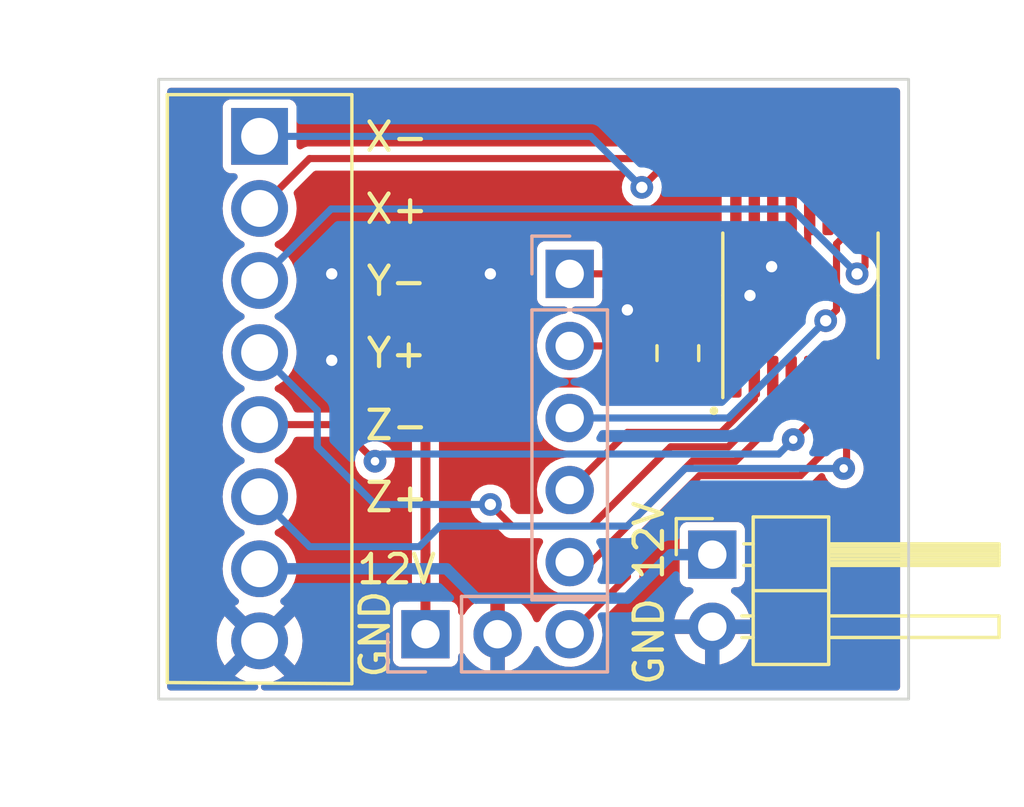
<source format=kicad_pcb>
(kicad_pcb (version 20211014) (generator pcbnew)
  (title_block (title "Endstop Levelshifter 12V") (date "2023-09-03") (rev "0.1") (company "OpenSource Imaging Initiative"))
  (layers (0 "F.Cu" signal) (31 "B.Cu" signal) (34 "B.Paste" user) (35 "F.Paste" user) (36 "B.SilkS" user "B.Silkscreen") (37 "F.SilkS" user "F.Silkscreen") (38 "B.Mask" user) (39 "F.Mask" user) (44 "Edge.Cuts" user))
  (net 0 "")
  (net 1 "+3.3V")
  (net 2 "GND")
  (net 5 "+12V")
  (net 6 "/X-_Rumba")
  (net 7 "/X+_Rumba")
  (net 8 "/Y-_Rumba")
  (net 9 "/Y+_Rumba")
  (net 10 "/Z-_Rumba")
  (net 11 "/Z+_Rumba")
  (net 12 "/Y+_12V")
  (net 13 "/Z-_12V")
  (net 14 "/Z+_12V")
  (net 15 "/Y-_12V")
  (net 16 "/X+_12V")
  (net 17 "/X-_12V")
  (footprint "Capacitor_SMD:C_0805_2012Metric_Pad1.18x1.45mm_HandSolder" (layer "F.Cu") (at 105.664 78.994 90)
    (fp_text reference "C1" hide)
    (fp_text value "10n")
    (fp_line (start -0.261252 -0.735) (end 0.261252 -0.735) (layer "F.SilkS") (width 0.12))
    (fp_line (start -0.261252 0.735) (end 0.261252 0.735) (layer "F.SilkS") (width 0.12))
    (pad "1" smd roundrect (at -1.0375 0 90) (size 1.175 1.45) (layers "F.Cu" "F.Paste" "F.Mask") (roundrect_rratio 0.2127659574) (net 1 "+3.3V"))
    (pad "2" smd roundrect (at 1.0375 0 90) (size 1.175 1.45) (layers "F.Cu" "F.Paste" "F.Mask") (roundrect_rratio 0.2127659574) (net 2 "GND"))
  )
  (footprint "custom_parts:691210910008" (layer "F.Cu") (at 90.932 71.354 -90)
    (fp_text reference "J1" hide)
    (fp_text value "Conn_01x08")
    (fp_line (start -1.47 -3.25) (end -1.47 3.25) (layer "F.SilkS") (width 0.12))
    (fp_line (start -1.47 3.25) (end 19.25 3.25) (layer "F.SilkS") (width 0.12))
    (fp_line (start 19.29 -3.25) (end 19.25 3.25) (layer "F.SilkS") (width 0.12))
    (fp_line (start -1.47 -3.25) (end 19.29 -3.25) (layer "F.SilkS") (width 0.12))
    (pad "1" thru_hole rect (at 0 0 270) (size 2 2) (drill 1.3) (layers *.Cu *.Mask) (net 17 "/X-_12V"))
    (pad "2" thru_hole circle (at 2.54 0 270) (size 2 2) (drill 1.3) (layers *.Cu *.Mask) (net 16 "/X+_12V"))
    (pad "3" thru_hole circle (at 5.08 0 270) (size 2 2) (drill 1.3) (layers *.Cu *.Mask) (net 15 "/Y-_12V"))
    (pad "4" thru_hole circle (at 7.62 0 270) (size 2 2) (drill 1.3) (layers *.Cu *.Mask) (net 12 "/Y+_12V"))
    (pad "5" thru_hole circle (at 10.16 0 270) (size 2 2) (drill 1.3) (layers *.Cu *.Mask) (net 13 "/Z-_12V"))
    (pad "6" thru_hole circle (at 12.7 0 270) (size 2 2) (drill 1.3) (layers *.Cu *.Mask) (net 14 "/Z+_12V"))
    (pad "7" thru_hole circle (at 15.24 0 270) (size 2 2) (drill 1.3) (layers *.Cu *.Mask) (net 5 "+12V"))
    (pad "8" thru_hole circle (at 17.78 0 270) (size 2 2) (drill 1.3) (layers *.Cu *.Mask) (net 2 "GND"))
  )
  (footprint "Package_SO:TSSOP-16_4.4x5mm_P0.65mm" (layer "F.Cu") (at 109.982 76.962 90)
    (fp_text reference "IC1" hide)
    (fp_text value "74HC4050PW,118")
    (fp_line (start 0 2.735) (end -2.2 2.735) (layer "F.SilkS") (width 0.12))
    (fp_line (start 0 -2.735) (end -3.6 -2.735) (layer "F.SilkS") (width 0.12))
    (fp_line (start 0 -2.735) (end 2.2 -2.735) (layer "F.SilkS") (width 0.12))
    (fp_line (start 0 2.735) (end 2.2 2.735) (layer "F.SilkS") (width 0.12))
    (pad "1" smd roundrect (at -2.8625 -2.275 90) (size 1.475 0.4) (layers "F.Cu" "F.Paste" "F.Mask") (net 1 "+3.3V"))
    (pad "2" smd roundrect (at -2.8625 -1.625 90) (size 1.475 0.4) (layers "F.Cu" "F.Paste" "F.Mask") (net 9 "/Y+_Rumba"))
    (pad "3" smd roundrect (at -2.8625 -0.975 90) (size 1.475 0.4) (layers "F.Cu" "F.Paste" "F.Mask") (net 12 "/Y+_12V"))
    (pad "4" smd roundrect (at -2.8625 -0.325 90) (size 1.475 0.4) (layers "F.Cu" "F.Paste" "F.Mask") (net 10 "/Z-_Rumba"))
    (pad "5" smd roundrect (at -2.8625 0.325 90) (size 1.475 0.4) (layers "F.Cu" "F.Paste" "F.Mask") (net 13 "/Z-_12V"))
    (pad "6" smd roundrect (at -2.8625 0.975 90) (size 1.475 0.4) (layers "F.Cu" "F.Paste" "F.Mask") (net 11 "/Z+_Rumba"))
    (pad "7" smd roundrect (at -2.8625 1.625 90) (size 1.475 0.4) (layers "F.Cu" "F.Paste" "F.Mask") (net 14 "/Z+_12V"))
    (pad "8" smd roundrect (at -2.8625 2.275 90) (size 1.475 0.4) (layers "F.Cu" "F.Paste" "F.Mask") (net 2 "GND"))
    (pad "9" smd roundrect (at 2.8625 2.275 90) (size 1.475 0.4) (layers "F.Cu" "F.Paste" "F.Mask") (net 15 "/Y-_12V"))
    (pad "10" smd roundrect (at 2.8625 1.625 90) (size 1.475 0.4) (layers "F.Cu" "F.Paste" "F.Mask") (net 8 "/Y-_Rumba"))
    (pad "11" smd roundrect (at 2.8625 0.975 90) (size 1.475 0.4) (layers "F.Cu" "F.Paste" "F.Mask") (net 16 "/X+_12V"))
    (pad "12" smd roundrect (at 2.8625 0.325 90) (size 1.475 0.4) (layers "F.Cu" "F.Paste" "F.Mask") (net 7 "/X+_Rumba"))
    (pad "13" smd roundrect (at 2.8625 -0.325 90) (size 1.475 0.4) (layers "F.Cu" "F.Paste" "F.Mask"))
    (pad "14" smd roundrect (at 2.8625 -0.975 90) (size 1.475 0.4) (layers "F.Cu" "F.Paste" "F.Mask") (net 17 "/X-_12V"))
    (pad "15" smd roundrect (at 2.8625 -1.625 90) (size 1.475 0.4) (layers "F.Cu" "F.Paste" "F.Mask") (net 6 "/X-_Rumba"))
    (pad "16" smd roundrect (at 2.8625 -2.275 90) (size 1.475 0.4) (layers "F.Cu" "F.Paste" "F.Mask"))
  )
  (footprint "Connector_PinHeader_2.54mm:PinHeader_1x02_P2.54mm_Horizontal" (layer "F.Cu") (at 106.877 86.096)
    (fp_text reference "J4" hide)
    (fp_text value "Conn_01x02")
    (fp_line (start 4.1 0.28) (end 10.1 0.28) (layer "F.SilkS") (width 0.12))
    (fp_line (start 10.1 0.38) (end 4.1 0.38) (layer "F.SilkS") (width 0.12))
    (fp_line (start 4.1 0.16) (end 10.1 0.16) (layer "F.SilkS") (width 0.12))
    (fp_line (start 1.44 3.87) (end 4.1 3.87) (layer "F.SilkS") (width 0.12))
    (fp_line (start 4.1 -0.38) (end 10.1 -0.38) (layer "F.SilkS") (width 0.12))
    (fp_line (start 10.1 2.92) (end 4.1 2.92) (layer "F.SilkS") (width 0.12))
    (fp_line (start 1.11 0.38) (end 1.44 0.38) (layer "F.SilkS") (width 0.12))
    (fp_line (start 1.44 -1.33) (end 1.44 3.87) (layer "F.SilkS") (width 0.12))
    (fp_line (start 1.11 -0.38) (end 1.44 -0.38) (layer "F.SilkS") (width 0.12))
    (fp_line (start 4.1 -0.2) (end 10.1 -0.2) (layer "F.SilkS") (width 0.12))
    (fp_line (start -1.27 -1.27) (end 0 -1.27) (layer "F.SilkS") (width 0.12))
    (fp_line (start 4.1 -0.32) (end 10.1 -0.32) (layer "F.SilkS") (width 0.12))
    (fp_line (start 10.1 2.16) (end 10.1 2.92) (layer "F.SilkS") (width 0.12))
    (fp_line (start 10.1 -0.38) (end 10.1 0.38) (layer "F.SilkS") (width 0.12))
    (fp_line (start 1.042929 2.92) (end 1.44 2.92) (layer "F.SilkS") (width 0.12))
    (fp_line (start 4.1 0.04) (end 10.1 0.04) (layer "F.SilkS") (width 0.12))
    (fp_line (start 4.1 -0.08) (end 10.1 -0.08) (layer "F.SilkS") (width 0.12))
    (fp_line (start -1.27 0) (end -1.27 -1.27) (layer "F.SilkS") (width 0.12))
    (fp_line (start 4.1 -1.33) (end 1.44 -1.33) (layer "F.SilkS") (width 0.12))
    (fp_line (start 1.042929 2.16) (end 1.44 2.16) (layer "F.SilkS") (width 0.12))
    (fp_line (start 1.44 1.27) (end 4.1 1.27) (layer "F.SilkS") (width 0.12))
    (fp_line (start 4.1 2.16) (end 10.1 2.16) (layer "F.SilkS") (width 0.12))
    (fp_line (start 4.1 3.87) (end 4.1 -1.33) (layer "F.SilkS") (width 0.12))
    (pad "1" thru_hole rect (at 0 0) (size 1.7 1.7) (drill 1) (layers *.Cu *.Mask) (net 5 "+12V"))
    (pad "2" thru_hole oval (at 0 2.54) (size 1.7 1.7) (drill 1) (layers *.Cu *.Mask) (net 2 "GND"))
  )
  (footprint "Connector_PinSocket_2.54mm:PinSocket_1x03_P2.54mm_Vertical" (layer "B.Cu") (at 96.774 88.9 -90)
    (fp_text reference "J3" hide)
    (fp_text value "Conn_01x03")
    (fp_line (start -1.33 -1.27) (end 1.33 -1.27) (layer "B.SilkS") (width 0.12))
    (fp_line (start 1.33 -1.27) (end 1.33 -6.41) (layer "B.SilkS") (width 0.12))
    (fp_line (start -1.33 -1.27) (end -1.33 -6.41) (layer "B.SilkS") (width 0.12))
    (fp_line (start 0 1.33) (end 1.33 1.33) (layer "B.SilkS") (width 0.12))
    (fp_line (start 1.33 1.33) (end 1.33 0) (layer "B.SilkS") (width 0.12))
    (fp_line (start -1.33 -6.41) (end 1.33 -6.41) (layer "B.SilkS") (width 0.12))
    (pad "1" thru_hole rect (at 0 0 270) (size 1.7 1.7) (drill 1) (layers *.Cu *.Mask) (net 1 "+3.3V"))
    (pad "2" thru_hole oval (at 0 -2.54 270) (size 1.7 1.7) (drill 1) (layers *.Cu *.Mask) (net 2 "GND"))
    (pad "3" thru_hole oval (at 0 -5.08 270) (size 1.7 1.7) (drill 1) (layers *.Cu *.Mask) (net 11 "/Z+_Rumba"))
  )
  (footprint "Connector_PinSocket_2.54mm:PinSocket_1x05_P2.54mm_Vertical" (layer "B.Cu") (at 101.854 76.2 180)
    (fp_text reference "J2" hide)
    (fp_text value "Conn_01x05")
    (fp_line (start 0 1.33) (end 1.33 1.33) (layer "B.SilkS") (width 0.12))
    (fp_line (start 1.33 1.33) (end 1.33 0) (layer "B.SilkS") (width 0.12))
    (fp_line (start -1.33 -1.27) (end -1.33 -11.49) (layer "B.SilkS") (width 0.12))
    (fp_line (start -1.33 -11.49) (end 1.33 -11.49) (layer "B.SilkS") (width 0.12))
    (fp_line (start -1.33 -1.27) (end 1.33 -1.27) (layer "B.SilkS") (width 0.12))
    (fp_line (start 1.33 -1.27) (end 1.33 -11.49) (layer "B.SilkS") (width 0.12))
    (pad "1" thru_hole rect (at 0 0 180) (size 1.7 1.7) (drill 1) (layers *.Cu *.Mask) (net 6 "/X-_Rumba"))
    (pad "2" thru_hole oval (at 0 -2.54 180) (size 1.7 1.7) (drill 1) (layers *.Cu *.Mask) (net 7 "/X+_Rumba"))
    (pad "3" thru_hole oval (at 0 -5.08 180) (size 1.7 1.7) (drill 1) (layers *.Cu *.Mask) (net 8 "/Y-_Rumba"))
    (pad "4" thru_hole oval (at 0 -7.62 180) (size 1.7 1.7) (drill 1) (layers *.Cu *.Mask) (net 9 "/Y+_Rumba"))
    (pad "5" thru_hole oval (at 0 -10.16 180) (size 1.7 1.7) (drill 1) (layers *.Cu *.Mask) (net 10 "/Z-_Rumba"))
  )
  (gr_circle (center 106.934 81.026) (end 106.934 81.026) (layer "F.SilkS") (width 0.15) (fill none))
  (gr_rect (start 87.376 69.342) (end 113.792 91.186) (layer "Edge.Cuts") (width 0.1) (fill none))
  (gr_text "12V" (at 95.758 86.614) (layer "F.SilkS") (effects (font (size 1 1))))
  (gr_text "Z-" (at 95.758 81.534) (layer "F.SilkS") (effects (font (size 1 1))))
  (gr_text "GND" (at 94.996 88.9 90) (layer "F.SilkS") (effects (font (size 1 1))))
  (gr_text "Z+" (at 95.758 84.074) (layer "F.SilkS") (effects (font (size 1 1))))
  (gr_text "X-" (at 95.758 71.374) (layer "F.SilkS") (effects (font (size 1 1))))
  (gr_text "12V" (at 104.648 85.598 90) (layer "F.SilkS") (effects (font (size 1 1))))
  (gr_text "GND" (at 104.648 89.154 90) (layer "F.SilkS") (effects (font (size 1 1))))
  (gr_text "X+" (at 95.758 73.914) (layer "F.SilkS") (effects (font (size 1 1))))
  (gr_text "Y+" (at 95.758 78.994) (layer "F.SilkS") (effects (font (size 1 1))))
  (gr_text "Y-" (at 95.758 76.454) (layer "F.SilkS") (effects (font (size 1 1))))
  (segment (start 105.664 80.0315) (end 96.774 80.0315) (width 0.35) (layer "F.Cu") (net 1))
  (segment (start 96.774 80.0315) (end 96.774 88.9) (width 0.35) (layer "F.Cu") (net 1))
  (segment (start 105.664 80.0315) (end 107.5 80.0315) (width 0.25) (layer "F.Cu") (net 1))
  (segment (start 107.5 80.0315) (end 107.707 79.8245) (width 0.25) (layer "F.Cu") (net 1))
  (via (at 99.06 76.2) (size 0.8) (drill 0.4) (layers "F.Cu" "B.Cu") (net 2))
  (via (at 93.472 79.248) (size 0.8) (drill 0.4) (layers "F.Cu" "B.Cu") (net 2))
  (via (at 93.472 76.2) (size 0.8) (drill 0.4) (layers "F.Cu" "B.Cu") (net 2))
  (via (at 108.204 76.962) (size 0.8) (drill 0.4) (layers "F.Cu" "B.Cu") (net 2))
  (via (at 108.966 75.946) (size 0.8) (drill 0.4) (layers "F.Cu" "B.Cu") (net 2))
  (via (at 103.886 77.47) (size 0.8) (drill 0.4) (layers "F.Cu" "B.Cu") (net 2))
  (segment (start 103.886 87.63) (end 105.42 86.096) (width 0.4) (layer "B.Cu") (net 5))
  (segment (start 97.516 86.594) (end 98.552 87.63) (width 0.4) (layer "B.Cu") (net 5))
  (segment (start 98.552 87.63) (end 103.886 87.63) (width 0.4) (layer "B.Cu") (net 5))
  (segment (start 105.42 86.096) (end 106.877 86.096) (width 0.4) (layer "B.Cu") (net 5))
  (segment (start 90.932 86.594) (end 97.516 86.594) (width 0.4) (layer "B.Cu") (net 5))
  (segment (start 108.357 74.788041) (end 108.357 74.0995) (width 0.25) (layer "F.Cu") (net 6))
  (segment (start 106.945041 76.2) (end 108.357 74.788041) (width 0.25) (layer "F.Cu") (net 6))
  (segment (start 101.854 76.2) (end 106.945041 76.2) (width 0.25) (layer "F.Cu") (net 6))
  (segment (start 106.934 78.994) (end 104.648 78.994) (width 0.25) (layer "F.Cu") (net 7))
  (segment (start 110.236 77.216) (end 108.966 78.486) (width 0.25) (layer "F.Cu") (net 7))
  (segment (start 107.442 78.486) (end 106.934 78.994) (width 0.25) (layer "F.Cu") (net 7))
  (segment (start 104.648 78.994) (end 104.394 78.74) (width 0.25) (layer "F.Cu") (net 7))
  (segment (start 108.966 78.486) (end 107.442 78.486) (width 0.25) (layer "F.Cu") (net 7))
  (segment (start 110.236 74.1705) (end 110.236 77.216) (width 0.25) (layer "F.Cu") (net 7))
  (segment (start 110.307 74.0995) (end 110.236 74.1705) (width 0.25) (layer "F.Cu") (net 7))
  (segment (start 104.394 78.74) (end 101.854 78.74) (width 0.25) (layer "F.Cu") (net 7))
  (segment (start 111.252 75.143041) (end 111.607 74.788041) (width 0.25) (layer "F.Cu") (net 8))
  (segment (start 111.252 77.47) (end 111.252 75.143041) (width 0.25) (layer "F.Cu") (net 8))
  (segment (start 111.607 74.788041) (end 111.607 74.0995) (width 0.25) (layer "F.Cu") (net 8))
  (segment (start 110.871 77.851) (end 111.252 77.47) (width 0.25) (layer "F.Cu") (net 8))
  (via (at 110.871 77.851) (size 0.8) (drill 0.4) (layers "F.Cu" "B.Cu") (net 8))
  (segment (start 110.871 77.851) (end 107.442 81.28) (width 0.25) (layer "B.Cu") (net 8))
  (segment (start 107.442 81.28) (end 101.854 81.28) (width 0.25) (layer "B.Cu") (net 8))
  (segment (start 107.188 81.788) (end 108.357 80.619) (width 0.25) (layer "F.Cu") (net 9))
  (segment (start 103.886 81.788) (end 107.188 81.788) (width 0.25) (layer "F.Cu") (net 9))
  (segment (start 108.357 80.619) (end 108.357 79.8245) (width 0.25) (layer "F.Cu") (net 9))
  (segment (start 101.854 83.82) (end 103.886 81.788) (width 0.25) (layer "F.Cu") (net 9))
  (segment (start 107.696 82.804) (end 109.657 80.843) (width 0.25) (layer "F.Cu") (net 10))
  (segment (start 109.657 80.843) (end 109.657 79.8245) (width 0.25) (layer "F.Cu") (net 10))
  (segment (start 102.616 86.36) (end 106.172 82.804) (width 0.25) (layer "F.Cu") (net 10))
  (segment (start 101.854 86.36) (end 102.616 86.36) (width 0.25) (layer "F.Cu") (net 10))
  (segment (start 106.172 82.804) (end 107.696 82.804) (width 0.25) (layer "F.Cu") (net 10))
  (segment (start 109.982 83.312) (end 110.957 82.337) (width 0.25) (layer "F.Cu") (net 11))
  (segment (start 103.886 85.852) (end 106.426 83.312) (width 0.25) (layer "F.Cu") (net 11))
  (segment (start 101.854 88.9) (end 103.886 86.868) (width 0.25) (layer "F.Cu") (net 11))
  (segment (start 106.426 83.312) (end 109.982 83.312) (width 0.25) (layer "F.Cu") (net 11))
  (segment (start 103.886 86.868) (end 103.886 85.852) (width 0.25) (layer "F.Cu") (net 11))
  (segment (start 110.957 82.337) (end 110.957 79.8245) (width 0.25) (layer "F.Cu") (net 11))
  (segment (start 105.41 82.296) (end 107.442 82.296) (width 0.25) (layer "F.Cu") (net 12))
  (segment (start 109.007 80.731) (end 109.007 79.8245) (width 0.25) (layer "F.Cu") (net 12))
  (segment (start 102.616 85.09) (end 105.41 82.296) (width 0.25) (layer "F.Cu") (net 12))
  (segment (start 107.442 82.296) (end 109.007 80.731) (width 0.25) (layer "F.Cu") (net 12))
  (segment (start 99.822 85.09) (end 102.616 85.09) (width 0.25) (layer "F.Cu") (net 12))
  (segment (start 99.06 84.328) (end 99.822 85.09) (width 0.25) (layer "F.Cu") (net 12))
  (via (at 99.06 84.328) (size 0.8) (drill 0.4) (layers "F.Cu" "B.Cu") (net 12))
  (segment (start 92.964 82.296) (end 92.964 81.006) (width 0.25) (layer "B.Cu") (net 12))
  (segment (start 92.964 81.006) (end 90.932 78.974) (width 0.25) (layer "B.Cu") (net 12))
  (segment (start 99.06 84.328) (end 94.996 84.328) (width 0.25) (layer "B.Cu") (net 12))
  (segment (start 94.996 84.328) (end 92.964 82.296) (width 0.25) (layer "B.Cu") (net 12))
  (segment (start 94.996 82.804) (end 93.706 81.514) (width 0.25) (layer "F.Cu") (net 13))
  (segment (start 110.307 79.8245) (end 110.307 81.463) (width 0.25) (layer "F.Cu") (net 13))
  (segment (start 93.706 81.514) (end 90.932 81.514) (width 0.25) (layer "F.Cu") (net 13))
  (segment (start 110.307 81.463) (end 109.728 82.042) (width 0.25) (layer "F.Cu") (net 13))
  (via (at 109.728 82.042) (size 0.8) (drill 0.3) (layers "F.Cu" "B.Cu") (net 13))
  (via (at 94.996 82.804) (size 0.8) (drill 0.3) (layers "F.Cu" "B.Cu") (net 13))
  (segment (start 95.25 82.55) (end 109.22 82.55) (width 0.25) (layer "B.Cu") (net 13))
  (segment (start 109.22 82.55) (end 109.728 82.042) (width 0.25) (layer "B.Cu") (net 13))
  (segment (start 94.996 82.804) (end 95.25 82.55) (width 0.25) (layer "B.Cu") (net 13))
  (segment (start 111.506 83.058) (end 111.607 82.957) (width 0.25) (layer "F.Cu") (net 14))
  (segment (start 111.607 82.957) (end 111.607 79.8245) (width 0.25) (layer "F.Cu") (net 14))
  (via (at 111.506 83.058) (size 0.8) (drill 0.3) (layers "F.Cu" "B.Cu") (net 14))
  (segment (start 92.693 85.815) (end 90.932 84.054) (width 0.25) (layer "B.Cu") (net 14))
  (segment (start 103.886 85.09) (end 97.282 85.09) (width 0.25) (layer "B.Cu") (net 14))
  (segment (start 111.506 83.058) (end 105.918 83.058) (width 0.25) (layer "B.Cu") (net 14))
  (segment (start 105.918 83.058) (end 103.886 85.09) (width 0.25) (layer "B.Cu") (net 14))
  (segment (start 96.557 85.815) (end 92.693 85.815) (width 0.25) (layer "B.Cu") (net 14))
  (segment (start 97.282 85.09) (end 96.557 85.815) (width 0.25) (layer "B.Cu") (net 14))
  (segment (start 112.257 75.9195) (end 112.257 74.0995) (width 0.25) (layer "F.Cu") (net 15))
  (segment (start 111.9765 76.2) (end 112.257 75.9195) (width 0.25) (layer "F.Cu") (net 15))
  (via (at 111.9765 76.2) (size 0.8) (drill 0.4) (layers "F.Cu" "B.Cu") (net 15))
  (segment (start 93.452 73.914) (end 90.932 76.434) (width 0.25) (layer "B.Cu") (net 15))
  (segment (start 109.6905 73.914) (end 93.452 73.914) (width 0.25) (layer "B.Cu") (net 15))
  (segment (start 111.9765 76.2) (end 109.6905 73.914) (width 0.25) (layer "B.Cu") (net 15))
  (segment (start 110.957 72.857) (end 110.957 74.0995) (width 0.25) (layer "F.Cu") (net 16))
  (segment (start 92.69 72.136) (end 110.236 72.136) (width 0.25) (layer "F.Cu") (net 16))
  (segment (start 90.932 73.894) (end 92.69 72.136) (width 0.25) (layer "F.Cu") (net 16))
  (segment (start 110.236 72.136) (end 110.957 72.857) (width 0.25) (layer "F.Cu") (net 16))
  (segment (start 108.712 72.644) (end 109.007 72.939) (width 0.25) (layer "F.Cu") (net 17))
  (segment (start 104.394 73.152) (end 104.902 72.644) (width 0.25) (layer "F.Cu") (net 17))
  (segment (start 109.007 72.939) (end 109.007 74.0995) (width 0.25) (layer "F.Cu") (net 17))
  (segment (start 104.902 72.644) (end 108.712 72.644) (width 0.25) (layer "F.Cu") (net 17))
  (via (at 104.394 73.152) (size 0.8) (drill 0.4) (layers "F.Cu" "B.Cu") (net 17))
  (segment (start 102.596 71.354) (end 90.932 71.354) (width 0.25) (layer "B.Cu") (net 17))
  (segment (start 104.394 73.152) (end 102.596 71.354) (width 0.25) (layer "B.Cu") (net 17))
  (zone (net 2) (net_name "GND") (layer "F.Cu") (connect_pads (clearance 0.3)) (min_thickness 0.254) (fill yes (thermal_gap 0.508) (thermal_bridge_width 0.508))
    (polygon (pts (xy 114.808 93.472) (xy 85.852 92.964) (xy 85.344 67.564) (xy 117.856 67.564)))
  )
  (zone (net 2) (net_name "GND") (layer "B.Cu") (connect_pads (clearance 0.3)) (min_thickness 0.254) (fill yes (thermal_gap 0.508) (thermal_bridge_width 0.508))
    (polygon (pts (xy 116.84 67.564) (xy 117.856 93.98) (xy 81.788 94.996) (xy 87.376 66.548)))
  )
)
</source>
